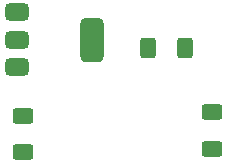
<source format=gbr>
%TF.GenerationSoftware,KiCad,Pcbnew,8.0.4*%
%TF.CreationDate,2024-07-30T18:13:19-04:00*%
%TF.ProjectId,esp32-c3-wroom-socket,65737033-322d-4633-932d-77726f6f6d2d,rev?*%
%TF.SameCoordinates,Original*%
%TF.FileFunction,Paste,Bot*%
%TF.FilePolarity,Positive*%
%FSLAX46Y46*%
G04 Gerber Fmt 4.6, Leading zero omitted, Abs format (unit mm)*
G04 Created by KiCad (PCBNEW 8.0.4) date 2024-07-30 18:13:19*
%MOMM*%
%LPD*%
G01*
G04 APERTURE LIST*
G04 Aperture macros list*
%AMRoundRect*
0 Rectangle with rounded corners*
0 $1 Rounding radius*
0 $2 $3 $4 $5 $6 $7 $8 $9 X,Y pos of 4 corners*
0 Add a 4 corners polygon primitive as box body*
4,1,4,$2,$3,$4,$5,$6,$7,$8,$9,$2,$3,0*
0 Add four circle primitives for the rounded corners*
1,1,$1+$1,$2,$3*
1,1,$1+$1,$4,$5*
1,1,$1+$1,$6,$7*
1,1,$1+$1,$8,$9*
0 Add four rect primitives between the rounded corners*
20,1,$1+$1,$2,$3,$4,$5,0*
20,1,$1+$1,$4,$5,$6,$7,0*
20,1,$1+$1,$6,$7,$8,$9,0*
20,1,$1+$1,$8,$9,$2,$3,0*%
G04 Aperture macros list end*
%ADD10RoundRect,0.375000X-0.625000X-0.375000X0.625000X-0.375000X0.625000X0.375000X-0.625000X0.375000X0*%
%ADD11RoundRect,0.500000X-0.500000X-1.400000X0.500000X-1.400000X0.500000X1.400000X-0.500000X1.400000X0*%
%ADD12RoundRect,0.250000X-0.625000X0.400000X-0.625000X-0.400000X0.625000X-0.400000X0.625000X0.400000X0*%
%ADD13RoundRect,0.250000X0.400000X0.625000X-0.400000X0.625000X-0.400000X-0.625000X0.400000X-0.625000X0*%
G04 APERTURE END LIST*
D10*
%TO.C,U2*%
X148550000Y-71100000D03*
X148550000Y-68800000D03*
D11*
X154850000Y-68800000D03*
D10*
X148550000Y-66500000D03*
%TD*%
D12*
%TO.C,R2*%
X165000000Y-74950000D03*
X165000000Y-78050000D03*
%TD*%
D13*
%TO.C,R3*%
X162750000Y-69500000D03*
X159650000Y-69500000D03*
%TD*%
D12*
%TO.C,R4*%
X149000000Y-75250000D03*
X149000000Y-78350000D03*
%TD*%
M02*

</source>
